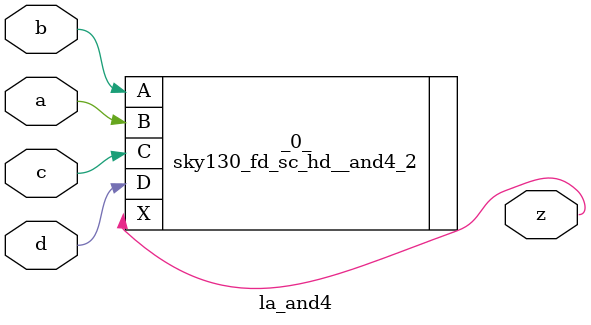
<source format=v>

module la_and4(a, b, c, d, z);
  input a;
  input b;
  input c;
  input d;
  output z;
  sky130_fd_sc_hd__and4_2 _0_ (
    .A(b),
    .B(a),
    .C(c),
    .D(d),
    .X(z)
  );
endmodule

</source>
